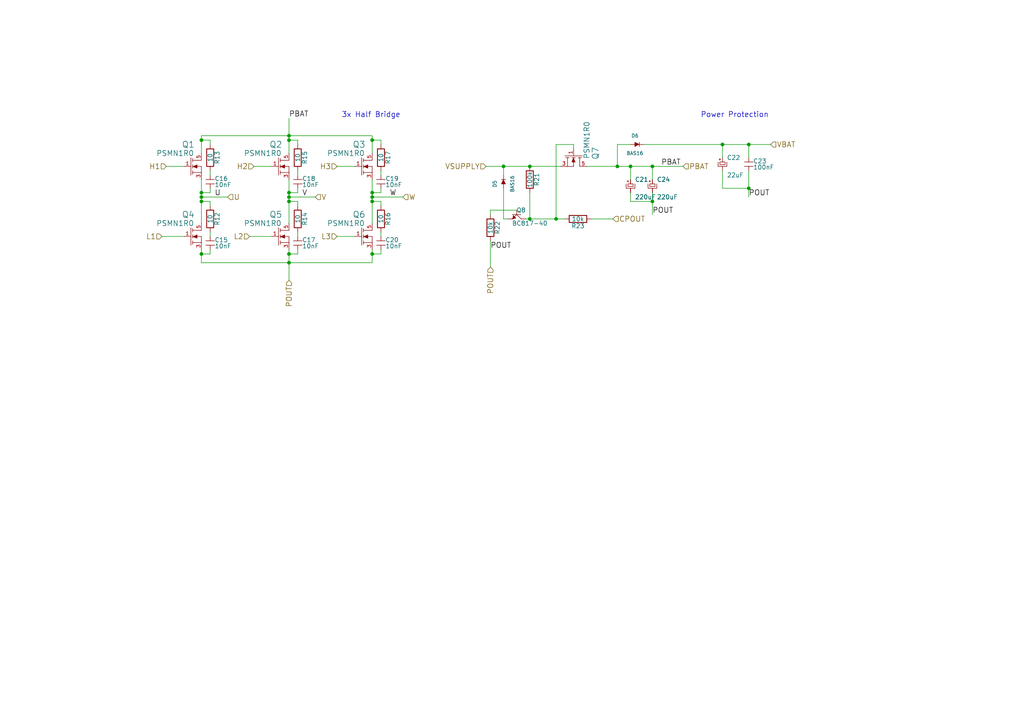
<source format=kicad_sch>
(kicad_sch (version 20230121) (generator eeschema)
  (paper "A4")
  (lib_symbols
    (symbol "DriveControllerLogic-rescue:DIODE" (pin_numbers hide) (pin_names (offset 1.016) hide)
      (property "Reference" "D" (at 0 2.54 0))
      (property "Value" "DIODE" (at 0 -2.54 0))
      (symbol "DIODE_0_1"
        (polyline (pts (xy 1.27 -0.635) (xy 1.27 0.635) (xy 1.27 0.635)))
        (polyline (pts (xy 1.27 0) (xy 0 0.635) (xy 0 -0.635) (xy 0 -0.635)) (fill (type outline)))
      )
      (symbol "DIODE_1_1"
        (pin passive line (at -1.27 0 0) (length 1.27) (name "A") (number "1"))
        (pin passive line (at 2.54 0 180) (length 1.27) (name "K") (number "3"))
      )
    )
    (symbol "DriveControllerLogic-rescue:NPN" (pin_numbers hide) (pin_names (offset 0) hide)
      (property "Reference" "Q" (at 3.81 0 0))
      (property "Value" "NPN" (at -3.81 3.81 0))
      (symbol "NPN_0_1"
        (polyline (pts (xy 0 0) (xy 1.27 -1.27) (xy 1.27 -1.27)) (fill (type outline)))
        (polyline (pts (xy 0 0) (xy 1.27 1.27) (xy 1.27 1.27)) (fill (type outline)))
        (polyline (pts (xy 0 1.27) (xy 0 -1.27) (xy 0 -1.27)) (fill (type outline)))
        (polyline (pts (xy 1.27 -1.27) (xy 1.016 -0.254) (xy 0.254 -1.016) (xy 0.254 -1.016)) (fill (type outline)))
      )
      (symbol "NPN_1_1"
        (pin input line (at -1.27 0 0) (length 1.27) (name "B") (number "1"))
        (pin passive line (at 1.27 -2.54 90) (length 1.27) (name "E") (number "2"))
        (pin passive line (at 1.27 2.54 270) (length 1.27) (name "C") (number "3"))
      )
    )
    (symbol "DriveControllerLogic-rescue:PSMN1R0" (pin_names (offset 0.762) hide)
      (property "Reference" "Q" (at -1.27 6.35 0))
      (property "Value" "PSMN1R0" (at -5.08 3.81 0))
      (symbol "PSMN1R0_0_1"
        (polyline (pts (xy -0.508 2.54) (xy -0.508 -2.54) (xy -0.508 -2.54)) (fill (type outline)))
        (polyline (pts (xy 0 -2.286) (xy 0 -1.27) (xy 0 -1.27)) (fill (type outline)))
        (polyline (pts (xy 0 -0.508) (xy 0 0.508) (xy 0 0.508)) (fill (type outline)))
        (polyline (pts (xy 0 1.27) (xy 0 2.286) (xy 0 2.286)) (fill (type outline)))
        (polyline (pts (xy 0 1.778) (xy 2.54 1.778) (xy 2.54 1.778)))
        (polyline (pts (xy 1.27 0.508) (xy 1.27 -0.508) (xy 0 0) (xy 0 0)) (fill (type outline)))
        (polyline (pts (xy 0 -1.778) (xy 2.54 -1.778) (xy 2.54 0) (xy 1.27 0) (xy 1.27 0)))
      )
      (symbol "PSMN1R0_1_1"
        (pin input line (at -2.54 0 0) (length 2.032) (name "G") (number "1"))
        (pin passive line (at 2.54 -3.81 90) (length 2.032) (name "S") (number "3"))
        (pin passive line (at 2.54 3.81 270) (length 2.032) (name "D") (number "5"))
      )
    )
    (symbol "DriveControllerLogic-rescue:R" (pin_numbers hide) (pin_names (offset 0))
      (property "Reference" "R" (at 2.032 0 90))
      (property "Value" "R" (at 0 0 90))
      (symbol "R_0_1"
        (rectangle (start -1.016 -2.54) (end 1.016 2.54) (stroke (width 0.254)))
      )
      (symbol "R_1_1"
        (pin passive line (at 0 3.81 270) (length 1.27) (name "~") (number "1"))
        (pin passive line (at 0 -3.81 90) (length 1.27) (name "~") (number "2"))
      )
    )
    (symbol "DriveControllerLogic-rescue:cap" (pin_numbers hide) (pin_names (offset 0.254) hide)
      (property "Reference" "C" (at 1.27 2.54 0))
      (property "Value" "cap" (at 1.27 -2.54 0))
      (symbol "cap_0_1"
        (rectangle (start -0.762 1.27) (end 0.762 0.508))
        (polyline (pts (xy -0.762 2.286) (xy -0.762 1.778) (xy -0.762 1.778)))
        (polyline (pts (xy -0.508 2.032) (xy -1.016 2.032) (xy -1.016 2.032)))
        (polyline (pts (xy -1.27 1.27) (xy -1.27 0) (xy 1.27 0) (xy 1.27 1.27) (xy 1.27 1.27)))
      )
      (symbol "cap_1_1"
        (pin passive line (at 0 2.54 270) (length 1.27) (name "~") (number "1"))
        (pin passive line (at 0 -1.27 90) (length 1.27) (name "~") (number "2"))
      )
    )
    (symbol "DriveControllerLogic-rescue:cap_np" (pin_numbers hide) (pin_names (offset 0.254))
      (property "Reference" "C" (at 1.27 0.254 0))
      (property "Value" "cap_np" (at 1.27 -1.524 0))
      (symbol "cap_np_0_1"
        (polyline (pts (xy -1.27 0) (xy 1.27 0) (xy 1.27 0)))
        (polyline (pts (xy 1.27 -1.27) (xy -1.27 -1.27) (xy -1.27 -1.27)))
      )
      (symbol "cap_np_1_1"
        (pin passive line (at 0 1.27 270) (length 1.27) (name "~") (number "1"))
        (pin passive line (at 0 -2.54 90) (length 1.27) (name "~") (number "2"))
      )
    )
  )
  (junction (at 83.82 73.66))
  (junction (at 146.05 48.26))
  (junction (at 161.29 63.5))
  (junction (at 107.95 73.66))
  (junction (at 83.82 55.88))
  (junction (at 217.17 41.91))
  (junction (at 107.95 40.64))
  (junction (at 209.55 41.91))
  (junction (at 83.82 40.64))
  (junction (at 58.42 55.88))
  (junction (at 107.95 55.88))
  (junction (at 189.23 58.42))
  (junction (at 107.95 57.15))
  (junction (at 58.42 57.15))
  (junction (at 83.82 58.42))
  (junction (at 83.82 76.2))
  (junction (at 83.82 57.15))
  (junction (at 83.82 39.37))
  (junction (at 217.17 54.61))
  (junction (at 189.23 48.26))
  (junction (at 153.67 63.5))
  (junction (at 58.42 58.42))
  (junction (at 153.67 48.26))
  (junction (at 107.95 58.42))
  (junction (at 58.42 40.64))
  (junction (at 182.88 48.26))
  (junction (at 179.07 48.26))
  (junction (at 58.42 73.66))
  (wire (pts (xy 58.42 40.64) (xy 58.42 44.45)))
  (wire (pts (xy 107.95 52.07) (xy 107.95 55.88)))
  (wire (pts (xy 153.67 63.5) (xy 161.29 63.5)))
  (wire (pts (xy 83.82 58.42) (xy 83.82 64.77)))
  (wire (pts (xy 189.23 48.26) (xy 198.12 48.26)))
  (wire (pts (xy 179.07 48.26) (xy 179.07 41.91)))
  (wire (pts (xy 60.96 40.64) (xy 58.42 40.64)))
  (wire (pts (xy 149.86 60.96) (xy 142.24 60.96)))
  (wire (pts (xy 189.23 58.42) (xy 189.23 62.23)))
  (wire (pts (xy 86.36 72.39) (xy 86.36 73.66)))
  (wire (pts (xy 110.49 68.58) (xy 110.49 67.31)))
  (wire (pts (xy 110.49 58.42) (xy 107.95 58.42)))
  (wire (pts (xy 171.45 63.5) (xy 177.8 63.5)))
  (wire (pts (xy 107.95 57.15) (xy 107.95 58.42)))
  (wire (pts (xy 166.37 41.91) (xy 166.37 43.18)))
  (wire (pts (xy 83.82 34.29) (xy 83.82 39.37)))
  (wire (pts (xy 110.49 40.64) (xy 107.95 40.64)))
  (wire (pts (xy 110.49 41.91) (xy 110.49 40.64)))
  (wire (pts (xy 182.88 48.26) (xy 182.88 52.07)))
  (wire (pts (xy 161.29 63.5) (xy 163.83 63.5)))
  (wire (pts (xy 83.82 72.39) (xy 83.82 73.66)))
  (wire (pts (xy 86.36 55.88) (xy 83.82 55.88)))
  (wire (pts (xy 60.96 59.69) (xy 60.96 58.42)))
  (wire (pts (xy 86.36 49.53) (xy 86.36 50.8)))
  (wire (pts (xy 217.17 49.53) (xy 217.17 54.61)))
  (wire (pts (xy 83.82 40.64) (xy 83.82 44.45)))
  (wire (pts (xy 161.29 63.5) (xy 161.29 41.91)))
  (wire (pts (xy 58.42 73.66) (xy 58.42 76.2)))
  (wire (pts (xy 86.36 54.61) (xy 86.36 55.88)))
  (wire (pts (xy 86.36 40.64) (xy 83.82 40.64)))
  (wire (pts (xy 86.36 67.31) (xy 86.36 68.58)))
  (wire (pts (xy 217.17 54.61) (xy 217.17 57.15)))
  (wire (pts (xy 189.23 55.88) (xy 189.23 58.42)))
  (wire (pts (xy 83.82 76.2) (xy 83.82 81.28)))
  (wire (pts (xy 83.82 39.37) (xy 83.82 40.64)))
  (wire (pts (xy 182.88 48.26) (xy 189.23 48.26)))
  (wire (pts (xy 146.05 48.26) (xy 146.05 50.8)))
  (wire (pts (xy 83.82 55.88) (xy 83.82 57.15)))
  (wire (pts (xy 107.95 58.42) (xy 107.95 64.77)))
  (wire (pts (xy 189.23 58.42) (xy 182.88 58.42)))
  (wire (pts (xy 142.24 69.85) (xy 142.24 77.47)))
  (wire (pts (xy 83.82 57.15) (xy 91.44 57.15)))
  (wire (pts (xy 110.49 59.69) (xy 110.49 58.42)))
  (wire (pts (xy 107.95 39.37) (xy 107.95 40.64)))
  (wire (pts (xy 53.34 48.26) (xy 48.26 48.26)))
  (wire (pts (xy 86.36 41.91) (xy 86.36 40.64)))
  (wire (pts (xy 107.95 76.2) (xy 107.95 73.66)))
  (wire (pts (xy 217.17 41.91) (xy 223.52 41.91)))
  (wire (pts (xy 140.97 48.26) (xy 146.05 48.26)))
  (wire (pts (xy 110.49 54.61) (xy 110.49 55.88)))
  (wire (pts (xy 60.96 55.88) (xy 58.42 55.88)))
  (wire (pts (xy 161.29 41.91) (xy 166.37 41.91)))
  (wire (pts (xy 209.55 49.53) (xy 209.55 54.61)))
  (wire (pts (xy 152.4 63.5) (xy 153.67 63.5)))
  (wire (pts (xy 146.05 63.5) (xy 146.05 54.61)))
  (wire (pts (xy 186.69 41.91) (xy 209.55 41.91)))
  (wire (pts (xy 179.07 48.26) (xy 182.88 48.26)))
  (wire (pts (xy 86.36 59.69) (xy 86.36 58.42)))
  (wire (pts (xy 102.87 68.58) (xy 97.79 68.58)))
  (wire (pts (xy 110.49 55.88) (xy 107.95 55.88)))
  (wire (pts (xy 78.74 68.58) (xy 72.39 68.58)))
  (wire (pts (xy 58.42 57.15) (xy 66.04 57.15)))
  (wire (pts (xy 209.55 54.61) (xy 217.17 54.61)))
  (wire (pts (xy 189.23 48.26) (xy 189.23 52.07)))
  (wire (pts (xy 83.82 73.66) (xy 83.82 76.2)))
  (wire (pts (xy 58.42 58.42) (xy 58.42 64.77)))
  (wire (pts (xy 60.96 49.53) (xy 60.96 50.8)))
  (wire (pts (xy 60.96 73.66) (xy 58.42 73.66)))
  (wire (pts (xy 58.42 76.2) (xy 83.82 76.2)))
  (wire (pts (xy 78.74 48.26) (xy 73.66 48.26)))
  (wire (pts (xy 102.87 48.26) (xy 97.79 48.26)))
  (wire (pts (xy 83.82 76.2) (xy 107.95 76.2)))
  (wire (pts (xy 147.32 63.5) (xy 146.05 63.5)))
  (wire (pts (xy 107.95 55.88) (xy 107.95 57.15)))
  (wire (pts (xy 107.95 40.64) (xy 107.95 44.45)))
  (wire (pts (xy 58.42 57.15) (xy 58.42 58.42)))
  (wire (pts (xy 86.36 58.42) (xy 83.82 58.42)))
  (wire (pts (xy 107.95 57.15) (xy 116.84 57.15)))
  (wire (pts (xy 83.82 57.15) (xy 83.82 58.42)))
  (wire (pts (xy 58.42 52.07) (xy 58.42 55.88)))
  (wire (pts (xy 107.95 73.66) (xy 107.95 72.39)))
  (wire (pts (xy 58.42 39.37) (xy 83.82 39.37)))
  (wire (pts (xy 83.82 52.07) (xy 83.82 55.88)))
  (wire (pts (xy 83.82 39.37) (xy 107.95 39.37)))
  (wire (pts (xy 60.96 58.42) (xy 58.42 58.42)))
  (wire (pts (xy 58.42 39.37) (xy 58.42 40.64)))
  (wire (pts (xy 153.67 48.26) (xy 162.56 48.26)))
  (wire (pts (xy 60.96 68.58) (xy 60.96 67.31)))
  (wire (pts (xy 110.49 72.39) (xy 110.49 73.66)))
  (wire (pts (xy 209.55 41.91) (xy 217.17 41.91)))
  (wire (pts (xy 58.42 55.88) (xy 58.42 57.15)))
  (wire (pts (xy 110.49 50.8) (xy 110.49 49.53)))
  (wire (pts (xy 179.07 41.91) (xy 182.88 41.91)))
  (wire (pts (xy 110.49 73.66) (xy 107.95 73.66)))
  (wire (pts (xy 142.24 60.96) (xy 142.24 62.23)))
  (wire (pts (xy 209.55 41.91) (xy 209.55 45.72)))
  (wire (pts (xy 60.96 54.61) (xy 60.96 55.88)))
  (wire (pts (xy 146.05 48.26) (xy 153.67 48.26)))
  (wire (pts (xy 217.17 41.91) (xy 217.17 45.72)))
  (wire (pts (xy 60.96 41.91) (xy 60.96 40.64)))
  (wire (pts (xy 182.88 58.42) (xy 182.88 55.88)))
  (wire (pts (xy 153.67 63.5) (xy 153.67 55.88)))
  (wire (pts (xy 170.18 48.26) (xy 179.07 48.26)))
  (wire (pts (xy 58.42 72.39) (xy 58.42 73.66)))
  (wire (pts (xy 60.96 72.39) (xy 60.96 73.66)))
  (wire (pts (xy 86.36 73.66) (xy 83.82 73.66)))
  (wire (pts (xy 53.34 68.58) (xy 46.99 68.58)))
  (text "Power Protection\n" (at 203.2 34.29 0) (effects (font (size 1.524 1.524)) (justify left bottom)))
  (text "3x Half Bridge" (at 99.06 34.29 0) (effects (font (size 1.524 1.524)) (justify left bottom)))
  (label "U" (at 62.23 57.15 0) (effects (font (size 1.524 1.524))))
  (label "POUT" (at 142.24 72.39 0) (effects (font (size 1.524 1.524))))
  (label "W" (at 113.03 57.15 0) (effects (font (size 1.524 1.524))))
  (label "PBAT" (at 191.77 48.26 0) (effects (font (size 1.524 1.524))))
  (label "V" (at 87.63 57.15 0) (effects (font (size 1.524 1.524))))
  (label "POUT" (at 217.17 57.15 0) (effects (font (size 1.524 1.524))))
  (label "PBAT" (at 83.82 34.29 0) (effects (font (size 1.524 1.524))))
  (label "POUT" (at 189.23 62.23 0) (effects (font (size 1.524 1.524))))
  (hierarchical_label "H1" (shape input) (at 48.26 48.26 180) (effects (font (size 1.524 1.524))))
  (hierarchical_label "L1" (shape input) (at 46.99 68.58 180) (effects (font (size 1.524 1.524))))
  (hierarchical_label "L2" (shape input) (at 72.39 68.58 180) (effects (font (size 1.524 1.524))))
  (hierarchical_label "V" (shape input) (at 91.44 57.15 0) (effects (font (size 1.524 1.524))))
  (hierarchical_label "PBAT" (shape input) (at 198.12 48.26 0) (effects (font (size 1.524 1.524))))
  (hierarchical_label "CPOUT" (shape input) (at 177.8 63.5 0) (effects (font (size 1.524 1.524))))
  (hierarchical_label "H2" (shape input) (at 73.66 48.26 180) (effects (font (size 1.524 1.524))))
  (hierarchical_label "H3" (shape input) (at 97.79 48.26 180) (effects (font (size 1.524 1.524))))
  (hierarchical_label "L3" (shape input) (at 97.79 68.58 180) (effects (font (size 1.524 1.524))))
  (hierarchical_label "VSUPPLY" (shape input) (at 140.97 48.26 180) (effects (font (size 1.524 1.524))))
  (hierarchical_label "POUT" (shape input) (at 83.82 81.28 270) (effects (font (size 1.524 1.524))))
  (hierarchical_label "U" (shape input) (at 66.04 57.15 0) (effects (font (size 1.524 1.524))))
  (hierarchical_label "POUT" (shape input) (at 142.24 77.47 270) (effects (font (size 1.524 1.524))))
  (hierarchical_label "W" (shape input) (at 116.84 57.15 0) (effects (font (size 1.524 1.524))))
  (hierarchical_label "VBAT" (shape input) (at 223.52 41.91 0) (effects (font (size 1.524 1.524))))
  (symbol (lib_id "DriveControllerLogic-rescue:cap_np") (at 60.96 69.85 0) (unit 1)
    (property "Reference" "C15" (at 62.23 69.596 0) (effects (justify left)))
    (property "Value" "10nF" (at 62.23 71.374 0) (effects (justify left)))
    (property "Footprint" "Capacitors_SMD:C_0805" (effects hide))
  )
  (symbol (lib_id "DriveControllerLogic-rescue:R") (at 60.96 63.5 0) (unit 1)
    (property "Reference" "R12" (at 62.992 63.5 90))
    (property "Value" "10" (at 60.96 63.5 90))
    (property "Footprint" "Resistors_SMD:R_0805" (effects hide))
  )
  (symbol (lib_id "DriveControllerLogic-rescue:cap_np") (at 60.96 52.07 0) (unit 1)
    (property "Reference" "C16" (at 62.23 51.816 0) (effects (justify left)))
    (property "Value" "10nF" (at 62.23 53.594 0) (effects (justify left)))
    (property "Footprint" "Capacitors_SMD:C_0805" (effects hide))
  )
  (symbol (lib_id "DriveControllerLogic-rescue:R") (at 60.96 45.72 0) (unit 1)
    (property "Reference" "R13" (at 62.992 45.72 90))
    (property "Value" "10" (at 60.96 45.72 90))
    (property "Footprint" "Resistors_SMD:R_0805" (effects hide))
  )
  (symbol (lib_id "DriveControllerLogic-rescue:cap_np") (at 86.36 69.85 0) (unit 1)
    (property "Reference" "C17" (at 87.63 69.596 0) (effects (justify left)))
    (property "Value" "10nF" (at 87.63 71.374 0) (effects (justify left)))
    (property "Footprint" "Capacitors_SMD:C_0805" (effects hide))
  )
  (symbol (lib_id "DriveControllerLogic-rescue:R") (at 86.36 63.5 0) (unit 1)
    (property "Reference" "R14" (at 88.392 63.5 90))
    (property "Value" "10" (at 86.36 63.5 90))
    (property "Footprint" "Resistors_SMD:R_0805" (effects hide))
  )
  (symbol (lib_id "DriveControllerLogic-rescue:cap_np") (at 86.36 52.07 0) (unit 1)
    (property "Reference" "C18" (at 87.63 51.816 0) (effects (justify left)))
    (property "Value" "10nF" (at 87.63 53.594 0) (effects (justify left)))
    (property "Footprint" "Capacitors_SMD:C_0805" (effects hide))
  )
  (symbol (lib_id "DriveControllerLogic-rescue:R") (at 86.36 45.72 0) (unit 1)
    (property "Reference" "R15" (at 88.392 45.72 90))
    (property "Value" "10" (at 86.36 45.72 90))
    (property "Footprint" "Resistors_SMD:R_0805" (effects hide))
  )
  (symbol (lib_id "DriveControllerLogic-rescue:cap_np") (at 110.49 52.07 0) (unit 1)
    (property "Reference" "C19" (at 111.76 51.816 0) (effects (justify left)))
    (property "Value" "10nF" (at 111.76 53.594 0) (effects (justify left)))
    (property "Footprint" "Capacitors_SMD:C_0805" (effects hide))
  )
  (symbol (lib_id "DriveControllerLogic-rescue:R") (at 110.49 45.72 0) (unit 1)
    (property "Reference" "R17" (at 112.522 45.72 90))
    (property "Value" "10" (at 110.49 45.72 90))
    (property "Footprint" "Resistors_SMD:R_0805" (effects hide))
  )
  (symbol (lib_id "DriveControllerLogic-rescue:cap_np") (at 110.49 69.85 0) (unit 1)
    (property "Reference" "C20" (at 111.76 69.596 0) (effects (justify left)))
    (property "Value" "10nF" (at 111.76 71.374 0) (effects (justify left)))
    (property "Footprint" "Capacitors_SMD:C_0805" (effects hide))
  )
  (symbol (lib_id "DriveControllerLogic-rescue:R") (at 110.49 63.5 0) (unit 1)
    (property "Reference" "R16" (at 112.522 63.5 90))
    (property "Value" "10" (at 110.49 63.5 90))
    (property "Footprint" "Resistors_SMD:R_0805" (effects hide))
  )
  (symbol (lib_id "DriveControllerLogic-rescue:DIODE") (at 146.05 53.34 90) (unit 1)
    (property "Reference" "D5" (at 143.51 53.34 0) (effects (font (size 1.016 1.016))))
    (property "Value" "BAS16" (at 148.59 53.34 0) (effects (font (size 1.016 1.016))))
    (property "Footprint" "TO_SOT_Packages_SMD:SOT-23" (effects hide))
  )
  (symbol (lib_id "DriveControllerLogic-rescue:R") (at 153.67 52.07 0) (unit 1)
    (property "Reference" "R21" (at 155.702 52.07 90))
    (property "Value" "100k" (at 153.67 52.07 90))
    (property "Footprint" "Resistors_SMD:R_0805" (effects hide))
  )
  (symbol (lib_id "DriveControllerLogic-rescue:NPN") (at 149.86 62.23 270) (unit 1)
    (property "Reference" "Q8" (at 151.13 60.96 90))
    (property "Value" "BC817-40" (at 153.67 64.77 90))
    (property "Footprint" "TO_SOT_Packages_SMD:SOT-23" (effects hide))
  )
  (symbol (lib_id "DriveControllerLogic-rescue:R") (at 142.24 66.04 0) (unit 1)
    (property "Reference" "R22" (at 144.272 66.04 90))
    (property "Value" "10k" (at 142.24 66.04 90))
    (property "Footprint" "Resistors_SMD:R_0805" (effects hide))
  )
  (symbol (lib_id "DriveControllerLogic-rescue:PSMN1R0") (at 166.37 45.72 270) (unit 1)
    (property "Reference" "Q7" (at 172.72 44.45 0) (effects (font (size 1.778 1.778))))
    (property "Value" "PSMN1R0" (at 170.18 40.64 0) (effects (font (size 1.524 1.524))))
    (property "Footprint" "USSTPARTS:SOT-669_LFPAK_POWERSO8" (effects hide))
  )
  (symbol (lib_id "DriveControllerLogic-rescue:R") (at 167.64 63.5 270) (unit 1)
    (property "Reference" "R23" (at 167.64 65.532 90))
    (property "Value" "10k" (at 167.64 63.5 90))
    (property "Footprint" "Resistors_SMD:R_0805" (effects hide))
  )
  (symbol (lib_id "DriveControllerLogic-rescue:DIODE") (at 184.15 41.91 0) (unit 1)
    (property "Reference" "D6" (at 184.15 39.37 0) (effects (font (size 1.016 1.016))))
    (property "Value" "BAS16" (at 184.15 44.45 0) (effects (font (size 1.016 1.016))))
    (property "Footprint" "TO_SOT_Packages_SMD:SOT-23" (effects hide))
  )
  (symbol (lib_id "DriveControllerLogic-rescue:cap") (at 182.88 54.61 0) (unit 1)
    (property "Reference" "C21" (at 184.15 52.07 0) (effects (justify left)))
    (property "Value" "220uF" (at 184.15 57.15 0) (effects (justify left)))
    (property "Footprint" "Capacitors_SMD:c_elec_10x10" (effects hide))
  )
  (symbol (lib_id "DriveControllerLogic-rescue:cap") (at 189.23 54.61 0) (unit 1)
    (property "Reference" "C24" (at 190.5 52.07 0) (effects (justify left)))
    (property "Value" "220uF" (at 190.5 57.15 0) (effects (justify left)))
    (property "Footprint" "Capacitors_SMD:c_elec_10x10" (effects hide))
  )
  (symbol (lib_id "DriveControllerLogic-rescue:cap") (at 209.55 48.26 0) (unit 1)
    (property "Reference" "C22" (at 210.82 45.72 0) (effects (justify left)))
    (property "Value" "22uF" (at 210.82 50.8 0) (effects (justify left)))
    (property "Footprint" "Capacitors_SMD:c_elec_6.3x5.7" (effects hide))
  )
  (symbol (lib_id "DriveControllerLogic-rescue:cap_np") (at 217.17 46.99 0) (unit 1)
    (property "Reference" "C23" (at 218.44 46.736 0) (effects (justify left)))
    (property "Value" "100nF" (at 218.44 48.514 0) (effects (justify left)))
    (property "Footprint" "Capacitors_SMD:C_0805" (effects hide))
  )
  (symbol (lib_id "DriveControllerLogic-rescue:PSMN1R0") (at 55.88 48.26 0) (unit 1)
    (property "Reference" "Q1" (at 54.61 41.91 0) (effects (font (size 1.778 1.778))))
    (property "Value" "PSMN1R0" (at 50.8 44.45 0) (effects (font (size 1.524 1.524))))
    (property "Footprint" "USSTPARTS:SOT-669_LFPAK_POWERSO8" (effects hide))
  )
  (symbol (lib_id "DriveControllerLogic-rescue:PSMN1R0") (at 81.28 48.26 0) (unit 1)
    (property "Reference" "Q2" (at 80.01 41.91 0) (effects (font (size 1.778 1.778))))
    (property "Value" "PSMN1R0" (at 76.2 44.45 0) (effects (font (size 1.524 1.524))))
    (property "Footprint" "USSTPARTS:SOT-669_LFPAK_POWERSO8" (effects hide))
  )
  (symbol (lib_id "DriveControllerLogic-rescue:PSMN1R0") (at 105.41 48.26 0) (unit 1)
    (property "Reference" "Q3" (at 104.14 41.91 0) (effects (font (size 1.778 1.778))))
    (property "Value" "PSMN1R0" (at 100.33 44.45 0) (effects (font (size 1.524 1.524))))
    (property "Footprint" "USSTPARTS:SOT-669_LFPAK_POWERSO8" (effects hide))
  )
  (symbol (lib_id "DriveControllerLogic-rescue:PSMN1R0") (at 55.88 68.58 0) (unit 1)
    (property "Reference" "Q4" (at 54.61 62.23 0) (effects (font (size 1.778 1.778))))
    (property "Value" "PSMN1R0" (at 50.8 64.77 0) (effects (font (size 1.524 1.524))))
    (property "Footprint" "USSTPARTS:SOT-669_LFPAK_POWERSO8" (effects hide))
  )
  (symbol (lib_id "DriveControllerLogic-rescue:PSMN1R0") (at 81.28 68.58 0) (unit 1)
    (property "Reference" "Q5" (at 80.01 62.23 0) (effects (font (size 1.778 1.778))))
    (property "Value" "PSMN1R0" (at 76.2 64.77 0) (effects (font (size 1.524 1.524))))
    (property "Footprint" "USSTPARTS:SOT-669_LFPAK_POWERSO8" (effects hide))
  )
  (symbol (lib_id "DriveControllerLogic-rescue:PSMN1R0") (at 105.41 68.58 0) (unit 1)
    (property "Reference" "Q6" (at 104.14 62.23 0) (effects (font (size 1.778 1.778))))
    (property "Value" "PSMN1R0" (at 100.33 64.77 0) (effects (font (size 1.524 1.524))))
    (property "Footprint" "USSTPARTS:SOT-669_LFPAK_POWERSO8" (effects hide))
  )
)
</source>
